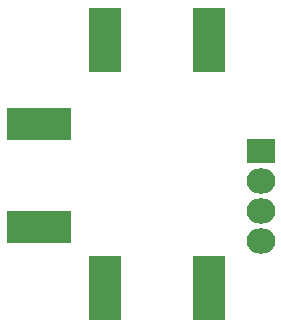
<source format=gbs>
G04 #@! TF.FileFunction,Soldermask,Bot*
%FSLAX46Y46*%
G04 Gerber Fmt 4.6, Leading zero omitted, Abs format (unit mm)*
G04 Created by KiCad (PCBNEW 4.0.2-stable) date Sat 23 Apr 2016 01:14:57 AM AKDT*
%MOMM*%
G01*
G04 APERTURE LIST*
%ADD10C,0.100000*%
%ADD11R,2.432000X2.127200*%
%ADD12O,2.432000X2.127200*%
%ADD13R,5.480000X2.690000*%
%ADD14R,2.690000X5.480000*%
G04 APERTURE END LIST*
D10*
D11*
X157250000Y-102920000D03*
D12*
X157250000Y-105460000D03*
X157250000Y-108000000D03*
X157250000Y-110540000D03*
D13*
X138500000Y-100620000D03*
X138500000Y-109380000D03*
D14*
X144120000Y-114500000D03*
X152880000Y-114500000D03*
X152880000Y-93500000D03*
X144120000Y-93500000D03*
M02*

</source>
